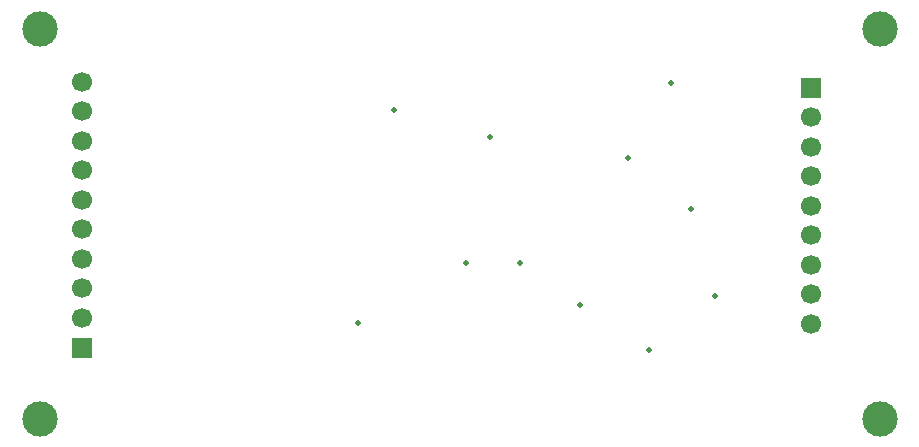
<source format=gbr>
G04 Generated by Ultiboard 14.2 *
%FSLAX24Y24*%
%MOIN*%

%ADD10C,0.0001*%
%ADD11C,0.0669*%
%ADD12R,0.0669X0.0669*%
%ADD13C,0.0200*%
%ADD14C,0.1181*%


G04 ColorRGB 9900CC for the following layer *
%LNSolder Mask Bottom*%
%LPD*%
G54D10*
G54D11*
X2407Y4355D03*
X2407Y5339D03*
X2407Y6324D03*
X2407Y7308D03*
X2407Y8292D03*
X2407Y9276D03*
X2407Y10261D03*
X2407Y11245D03*
X2407Y12229D03*
X26725Y11053D03*
X26725Y10069D03*
X26725Y9084D03*
X26725Y8100D03*
X26725Y7116D03*
X26725Y6131D03*
X26725Y5147D03*
X26725Y4163D03*
G54D12*
X2407Y3371D03*
X26725Y12037D03*
G54D13*
X20600Y9700D03*
X23500Y5100D03*
X11600Y4200D03*
X22700Y8000D03*
X17000Y6200D03*
X16000Y10400D03*
X15200Y6200D03*
X22058Y12185D03*
X21300Y3300D03*
X19000Y4800D03*
X12800Y11300D03*
G54D14*
X29000Y14000D03*
X29000Y1000D03*
X1000Y1000D03*
X1000Y14000D03*

M02*

</source>
